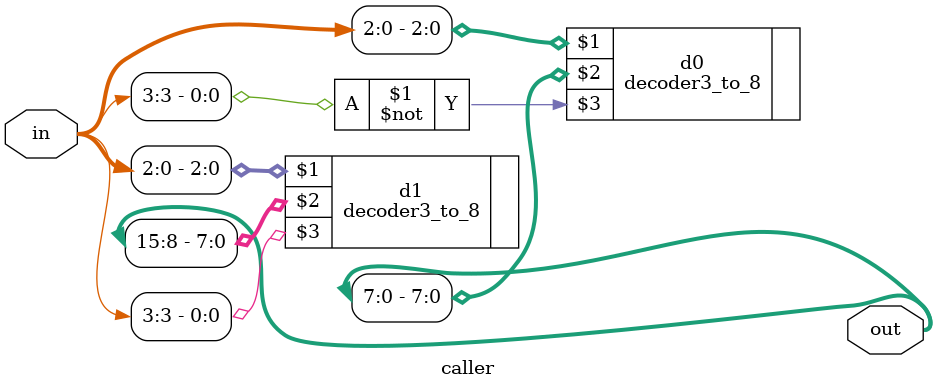
<source format=v>
`include "three_to_eight.v"
module caller(in,out);
input [3:0]in;
output [15:0]out;
decoder3_to_8 d0(in[2:0],out[7:0],~in[3]);
decoder3_to_8 d1(in[2:0],out[15:8],in[3]);
endmodule

</source>
